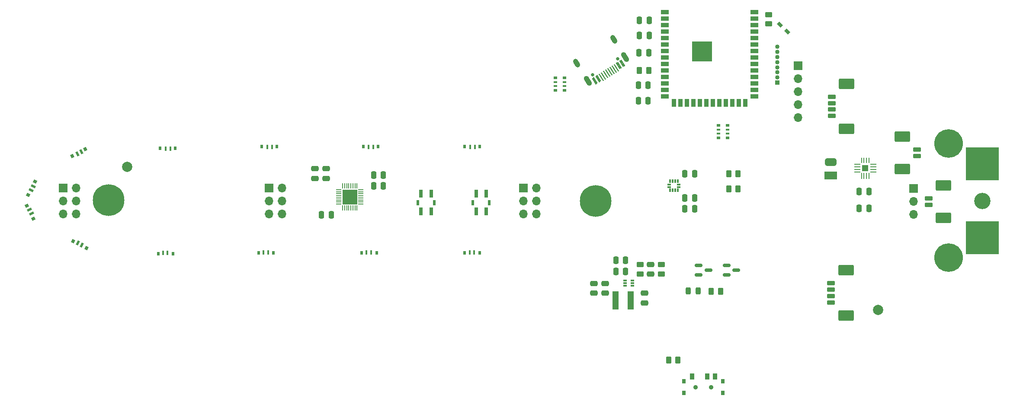
<source format=gbr>
%TF.GenerationSoftware,KiCad,Pcbnew,9.0.2*%
%TF.CreationDate,2025-07-07T16:25:28-05:00*%
%TF.ProjectId,Neoswordkicad,4e656f73-776f-4726-946b-696361642e6b,rev?*%
%TF.SameCoordinates,Original*%
%TF.FileFunction,Soldermask,Top*%
%TF.FilePolarity,Negative*%
%FSLAX46Y46*%
G04 Gerber Fmt 4.6, Leading zero omitted, Abs format (unit mm)*
G04 Created by KiCad (PCBNEW 9.0.2) date 2025-07-07 16:25:28*
%MOMM*%
%LPD*%
G01*
G04 APERTURE LIST*
G04 Aperture macros list*
%AMRoundRect*
0 Rectangle with rounded corners*
0 $1 Rounding radius*
0 $2 $3 $4 $5 $6 $7 $8 $9 X,Y pos of 4 corners*
0 Add a 4 corners polygon primitive as box body*
4,1,4,$2,$3,$4,$5,$6,$7,$8,$9,$2,$3,0*
0 Add four circle primitives for the rounded corners*
1,1,$1+$1,$2,$3*
1,1,$1+$1,$4,$5*
1,1,$1+$1,$6,$7*
1,1,$1+$1,$8,$9*
0 Add four rect primitives between the rounded corners*
20,1,$1+$1,$2,$3,$4,$5,0*
20,1,$1+$1,$4,$5,$6,$7,0*
20,1,$1+$1,$6,$7,$8,$9,0*
20,1,$1+$1,$8,$9,$2,$3,0*%
%AMHorizOval*
0 Thick line with rounded ends*
0 $1 width*
0 $2 $3 position (X,Y) of the first rounded end (center of the circle)*
0 $4 $5 position (X,Y) of the second rounded end (center of the circle)*
0 Add line between two ends*
20,1,$1,$2,$3,$4,$5,0*
0 Add two circle primitives to create the rounded ends*
1,1,$1,$2,$3*
1,1,$1,$4,$5*%
%AMRotRect*
0 Rectangle, with rotation*
0 The origin of the aperture is its center*
0 $1 length*
0 $2 width*
0 $3 Rotation angle, in degrees counterclockwise*
0 Add horizontal line*
21,1,$1,$2,0,0,$3*%
%AMFreePoly0*
4,1,6,1.000000,0.000000,0.500000,-0.750000,-0.500000,-0.750000,-0.500000,0.750000,0.500000,0.750000,1.000000,0.000000,1.000000,0.000000,$1*%
%AMFreePoly1*
4,1,6,0.500000,-0.750000,-0.650000,-0.750000,-0.150000,0.000000,-0.650000,0.750000,0.500000,0.750000,0.500000,-0.750000,0.500000,-0.750000,$1*%
%AMFreePoly2*
4,1,23,0.500000,-0.750000,0.000000,-0.750000,0.000000,-0.745722,-0.065263,-0.745722,-0.191342,-0.711940,-0.304381,-0.646677,-0.396677,-0.554381,-0.461940,-0.441342,-0.495722,-0.315263,-0.495722,-0.250000,-0.500000,-0.250000,-0.500000,0.250000,-0.495722,0.250000,-0.495722,0.315263,-0.461940,0.441342,-0.396677,0.554381,-0.304381,0.646677,-0.191342,0.711940,-0.065263,0.745722,0.000000,0.745722,
0.000000,0.750000,0.500000,0.750000,0.500000,-0.750000,0.500000,-0.750000,$1*%
%AMFreePoly3*
4,1,23,0.000000,0.745722,0.065263,0.745722,0.191342,0.711940,0.304381,0.646677,0.396677,0.554381,0.461940,0.441342,0.495722,0.315263,0.495722,0.250000,0.500000,0.250000,0.500000,-0.250000,0.495722,-0.250000,0.495722,-0.315263,0.461940,-0.441342,0.396677,-0.554381,0.304381,-0.646677,0.191342,-0.711940,0.065263,-0.745722,0.000000,-0.745722,0.000000,-0.750000,-0.500000,-0.750000,
-0.500000,0.750000,0.000000,0.750000,0.000000,0.745722,0.000000,0.745722,$1*%
G04 Aperture macros list end*
%ADD10C,0.650000*%
%ADD11RotRect,0.250000X1.400000X212.500000*%
%ADD12RotRect,0.220000X1.600000X212.500000*%
%ADD13HorizOval,1.000000X-0.295515X0.463865X0.295515X-0.463865X0*%
%ADD14HorizOval,1.000000X-0.214920X0.337357X0.214920X-0.337357X0*%
%ADD15C,6.200000*%
%ADD16RoundRect,0.200000X0.600000X-0.200000X0.600000X0.200000X-0.600000X0.200000X-0.600000X-0.200000X0*%
%ADD17RoundRect,0.250001X1.249999X-0.799999X1.249999X0.799999X-1.249999X0.799999X-1.249999X-0.799999X0*%
%ADD18RoundRect,0.250000X-0.262500X-0.450000X0.262500X-0.450000X0.262500X0.450000X-0.262500X0.450000X0*%
%ADD19R,1.500000X0.900000*%
%ADD20R,0.900000X1.500000*%
%ADD21C,0.600000*%
%ADD22R,3.900000X3.900000*%
%ADD23RoundRect,0.250000X-0.250000X-0.475000X0.250000X-0.475000X0.250000X0.475000X-0.250000X0.475000X0*%
%ADD24R,1.700000X1.700000*%
%ADD25O,1.700000X1.700000*%
%ADD26RoundRect,0.250000X-0.450000X0.262500X-0.450000X-0.262500X0.450000X-0.262500X0.450000X0.262500X0*%
%ADD27R,0.600000X0.700000*%
%ADD28R,0.440000X0.900000*%
%ADD29RoundRect,0.243750X-0.243750X-0.456250X0.243750X-0.456250X0.243750X0.456250X-0.243750X0.456250X0*%
%ADD30R,0.500000X1.000000*%
%ADD31R,0.800000X1.500000*%
%ADD32C,5.600000*%
%ADD33RoundRect,0.250000X-0.475000X0.250000X-0.475000X-0.250000X0.475000X-0.250000X0.475000X0.250000X0*%
%ADD34C,3.200000*%
%ADD35RoundRect,0.250000X0.475000X-0.250000X0.475000X0.250000X-0.475000X0.250000X-0.475000X-0.250000X0*%
%ADD36RoundRect,0.062500X-0.512500X-0.062500X0.512500X-0.062500X0.512500X0.062500X-0.512500X0.062500X0*%
%ADD37RoundRect,0.062500X-0.062500X-0.512500X0.062500X-0.512500X0.062500X0.512500X-0.062500X0.512500X0*%
%ADD38RoundRect,0.062500X-0.062500X-0.487500X0.062500X-0.487500X0.062500X0.487500X-0.062500X0.487500X0*%
%ADD39R,1.230000X1.230000*%
%ADD40R,0.800000X0.500000*%
%ADD41R,0.800000X0.400000*%
%ADD42RoundRect,0.150000X-0.587500X-0.150000X0.587500X-0.150000X0.587500X0.150000X-0.587500X0.150000X0*%
%ADD43RoundRect,0.250000X0.262500X0.450000X-0.262500X0.450000X-0.262500X-0.450000X0.262500X-0.450000X0*%
%ADD44R,6.400000X6.400000*%
%ADD45R,0.850000X0.850000*%
%ADD46O,0.850000X0.850000*%
%ADD47RoundRect,0.250001X-1.249999X0.799999X-1.249999X-0.799999X1.249999X-0.799999X1.249999X0.799999X0*%
%ADD48RoundRect,0.200000X-0.600000X0.200000X-0.600000X-0.200000X0.600000X-0.200000X0.600000X0.200000X0*%
%ADD49RotRect,0.600000X0.700000X243.000000*%
%ADD50RotRect,0.440000X0.900000X243.000000*%
%ADD51RoundRect,0.250000X0.250000X0.475000X-0.250000X0.475000X-0.250000X-0.475000X0.250000X-0.475000X0*%
%ADD52C,2.000000*%
%ADD53R,0.375000X0.700000*%
%ADD54R,0.700000X0.350000*%
%ADD55R,0.350000X0.700000*%
%ADD56RotRect,0.600000X0.700000X332.000000*%
%ADD57RotRect,0.440000X0.900000X332.000000*%
%ADD58FreePoly0,180.000000*%
%ADD59FreePoly1,180.000000*%
%ADD60FreePoly2,0.000000*%
%ADD61FreePoly3,0.000000*%
%ADD62RotRect,1.000000X0.600000X315.000000*%
%ADD63RoundRect,0.087500X-0.250000X-0.087500X0.250000X-0.087500X0.250000X0.087500X-0.250000X0.087500X0*%
%ADD64C,0.900000*%
%ADD65R,0.900000X1.250000*%
%ADD66R,0.800000X0.900000*%
%ADD67RotRect,0.600000X0.700000X208.000000*%
%ADD68RotRect,0.440000X0.900000X208.000000*%
%ADD69RoundRect,0.050000X0.050000X-0.450000X0.050000X0.450000X-0.050000X0.450000X-0.050000X-0.450000X0*%
%ADD70RoundRect,0.050000X0.450000X-0.050000X0.450000X0.050000X-0.450000X0.050000X-0.450000X-0.050000X0*%
%ADD71R,2.900000X2.900000*%
%ADD72R,1.150000X3.600000*%
%ADD73RotRect,0.600000X0.700000X297.000000*%
%ADD74RotRect,0.440000X0.900000X297.000000*%
G04 APERTURE END LIST*
%TO.C,JP1*%
G36*
X226975000Y-101450000D02*
G01*
X224525000Y-101450000D01*
X224525000Y-99950000D01*
X226975000Y-99950000D01*
X226975000Y-101450000D01*
G37*
%TO.C,JP4*%
G36*
X225600000Y-97350000D02*
G01*
X225900000Y-97350000D01*
X225900000Y-98850000D01*
X225600000Y-98850000D01*
X225600000Y-97350000D01*
G37*
%TD*%
D10*
%TO.C,J11*%
X184025050Y-77881807D03*
X179150248Y-80987399D03*
D11*
X185036685Y-78660152D03*
X184361972Y-79089992D03*
D12*
X183340379Y-79859387D03*
X182496986Y-80396688D03*
X182075291Y-80665337D03*
X183762073Y-79590739D03*
D11*
X180102845Y-81803354D03*
X179428133Y-82233194D03*
X179638979Y-82098870D03*
X180313693Y-81669030D03*
D12*
X180810204Y-81471287D03*
X181653593Y-80933988D03*
X182918683Y-80128038D03*
X181231900Y-81202636D03*
D11*
X184151125Y-79224318D03*
X184825837Y-78794477D03*
D13*
X185499750Y-77535165D03*
D14*
X183269956Y-74035092D03*
X175983055Y-78677358D03*
D13*
X178212848Y-82177433D03*
%TD*%
D15*
%TO.C,H4*%
X84400000Y-105525000D03*
%TD*%
D16*
%TO.C,J12*%
X244900000Y-106475000D03*
X244900000Y-105225000D03*
D17*
X247800000Y-109025000D03*
X247800000Y-102675000D03*
%TD*%
D18*
%TO.C,R8*%
X188275000Y-80150000D03*
X190100000Y-80150000D03*
%TD*%
D19*
%TO.C,U1*%
X193250000Y-68680000D03*
X193250000Y-69950000D03*
X193250000Y-71220000D03*
X193250000Y-72490000D03*
X193250000Y-73760000D03*
X193250000Y-75030000D03*
X193250000Y-76300000D03*
X193250000Y-77570000D03*
X193250000Y-78840000D03*
X193250000Y-80110000D03*
X193250000Y-81380000D03*
X193250000Y-82650000D03*
X193250000Y-83920000D03*
X193250000Y-85190000D03*
D20*
X195015000Y-86440000D03*
X196285000Y-86440000D03*
X197555000Y-86440000D03*
X198825000Y-86440000D03*
X200095000Y-86440000D03*
X201365000Y-86440000D03*
X202635000Y-86440000D03*
X203905000Y-86440000D03*
X205175000Y-86440000D03*
X206445000Y-86440000D03*
X207715000Y-86440000D03*
X208985000Y-86440000D03*
D19*
X210750000Y-85190000D03*
X210750000Y-83920000D03*
X210750000Y-82650000D03*
X210750000Y-81380000D03*
X210750000Y-80110000D03*
X210750000Y-78840000D03*
X210750000Y-77570000D03*
X210750000Y-76300000D03*
X210750000Y-75030000D03*
X210750000Y-73760000D03*
X210750000Y-72490000D03*
X210750000Y-71220000D03*
X210750000Y-69950000D03*
X210750000Y-68680000D03*
D21*
X199100000Y-75700000D03*
X199100000Y-77100000D03*
X199800000Y-75000000D03*
X199800000Y-76400000D03*
X199800000Y-77800000D03*
X200500000Y-75700000D03*
D22*
X200500000Y-76400000D03*
D21*
X200500000Y-77100000D03*
X201200000Y-75000000D03*
X201200000Y-76400000D03*
X201200000Y-77800000D03*
X201900000Y-75700000D03*
X201900000Y-77100000D03*
%TD*%
D23*
%TO.C,C19*%
X197162500Y-105100000D03*
X199062500Y-105100000D03*
%TD*%
D24*
%TO.C,J10*%
X219300000Y-79200000D03*
D25*
X219300000Y-81740000D03*
X219300000Y-84280000D03*
X219300000Y-86820000D03*
X219300000Y-89360000D03*
%TD*%
D26*
%TO.C,R5*%
X213600000Y-69187500D03*
X213600000Y-71012500D03*
%TD*%
D24*
%TO.C,J7*%
X165600000Y-103161482D03*
D25*
X168140000Y-103161482D03*
X165600000Y-105701482D03*
X168140000Y-105701482D03*
X165600000Y-108241482D03*
X168140000Y-108241482D03*
%TD*%
D23*
%TO.C,C8*%
X126050000Y-108400000D03*
X127950000Y-108400000D03*
%TD*%
D27*
%TO.C,D12*%
X134230000Y-95000000D03*
D28*
X135300000Y-95100000D03*
X136200000Y-95100000D03*
D27*
X137150000Y-95000000D03*
%TD*%
D29*
%TO.C,D1*%
X197862500Y-123350000D03*
X199737500Y-123350000D03*
%TD*%
D30*
%TO.C,SW4*%
X155703331Y-106008449D03*
X158903331Y-106008449D03*
D31*
X156303331Y-107758449D03*
X156303331Y-104258449D03*
X158303331Y-107758449D03*
X158303331Y-104258449D03*
%TD*%
D32*
%TO.C,H1*%
X248800000Y-94400000D03*
%TD*%
D33*
%TO.C,C21*%
X190500000Y-118150000D03*
X190500000Y-120050000D03*
%TD*%
D34*
%TO.C,H3*%
X255400000Y-105686482D03*
%TD*%
D27*
%TO.C,D3*%
X136826666Y-115900000D03*
D28*
X135756666Y-115800000D03*
X134856666Y-115800000D03*
D27*
X133906666Y-115900000D03*
%TD*%
D35*
%TO.C,C22*%
X179400000Y-123750000D03*
X179400000Y-121850000D03*
%TD*%
D36*
%TO.C,U2*%
X230940000Y-98510000D03*
X230940000Y-99010000D03*
X230940000Y-99510000D03*
X230940000Y-100010000D03*
D37*
X231740000Y-100810000D03*
X232240000Y-100810000D03*
X232740000Y-100810000D03*
X233240000Y-100810000D03*
D36*
X234040000Y-100010000D03*
X234040000Y-99510000D03*
X234040000Y-99010000D03*
X234040000Y-98510000D03*
D38*
X233240000Y-97710000D03*
X232740000Y-97710000D03*
X232240000Y-97710000D03*
X231740000Y-97710000D03*
D39*
X232490000Y-99260000D03*
%TD*%
D35*
%TO.C,C4*%
X126970000Y-101280000D03*
X126970000Y-99380000D03*
%TD*%
D40*
%TO.C,RN1*%
X171800000Y-81600000D03*
D41*
X171800000Y-82400000D03*
X171800000Y-83200000D03*
D40*
X171800000Y-84000000D03*
X173600000Y-84000000D03*
D41*
X173600000Y-83200000D03*
X173600000Y-82400000D03*
D40*
X173600000Y-81600000D03*
%TD*%
D42*
%TO.C,Q2*%
X199900000Y-118300000D03*
X199900000Y-120200000D03*
X201775000Y-119250000D03*
%TD*%
D27*
%TO.C,D8*%
X94480000Y-95350000D03*
D28*
X95550000Y-95450000D03*
X96450000Y-95450000D03*
D27*
X97400000Y-95350000D03*
%TD*%
D16*
%TO.C,J6*%
X225925000Y-89025000D03*
X225925000Y-87775000D03*
X225925000Y-86525000D03*
X225925000Y-85275000D03*
D17*
X228825000Y-91575000D03*
X228825000Y-82725000D03*
%TD*%
D18*
%TO.C,R1*%
X202337500Y-123400000D03*
X204162500Y-123400000D03*
%TD*%
D23*
%TO.C,C7*%
X136250000Y-102750000D03*
X138150000Y-102750000D03*
%TD*%
D43*
%TO.C,R4*%
X195812500Y-136900000D03*
X193987500Y-136900000D03*
%TD*%
D18*
%TO.C,R7*%
X205775000Y-103350000D03*
X207600000Y-103350000D03*
%TD*%
D35*
%TO.C,C23*%
X181600000Y-123750000D03*
X181600000Y-121850000D03*
%TD*%
D44*
%TO.C,J1*%
X255400000Y-112936482D03*
X255400000Y-98436482D03*
%TD*%
D45*
%TO.C,J5*%
X215300000Y-82500000D03*
D46*
X215300000Y-81500000D03*
X215300000Y-80500000D03*
X215300000Y-79500000D03*
X215300000Y-78500000D03*
X215300000Y-77500000D03*
X215300000Y-76500000D03*
X215300000Y-75500000D03*
%TD*%
D47*
%TO.C,J3*%
X239700000Y-99450000D03*
X239700000Y-93100000D03*
D48*
X242600000Y-96900000D03*
X242600000Y-95650000D03*
%TD*%
D40*
%TO.C,RN4*%
X203750000Y-90925000D03*
D41*
X203750000Y-91725000D03*
X203750000Y-92525000D03*
D40*
X203750000Y-93325000D03*
X205550000Y-93325000D03*
D41*
X205550000Y-92525000D03*
X205550000Y-91725000D03*
D40*
X205550000Y-90925000D03*
%TD*%
D23*
%TO.C,C15*%
X188050000Y-83000000D03*
X189950000Y-83000000D03*
%TD*%
D49*
%TO.C,D10*%
X68621787Y-104513227D03*
D50*
X69196657Y-103605250D03*
X69605250Y-102803343D03*
D49*
X69947439Y-101911488D03*
%TD*%
D51*
%TO.C,C14*%
X185550000Y-119500000D03*
X183650000Y-119500000D03*
%TD*%
D52*
%TO.C,REF\u002A\u002A*%
X235000000Y-127000000D03*
%TD*%
D27*
%TO.C,D4*%
X116653333Y-115900000D03*
D28*
X115583333Y-115800000D03*
X114683333Y-115800000D03*
D27*
X113733333Y-115900000D03*
%TD*%
D23*
%TO.C,C13*%
X188300000Y-73300000D03*
X190200000Y-73300000D03*
%TD*%
D16*
%TO.C,J8*%
X225800000Y-125575000D03*
X225800000Y-124325000D03*
X225800000Y-123075000D03*
X225800000Y-121825000D03*
D17*
X228700000Y-128125000D03*
X228700000Y-119275000D03*
%TD*%
D53*
%TO.C,U4*%
X194287500Y-101775000D03*
D54*
X194125000Y-102450000D03*
X194125000Y-102950000D03*
D53*
X194287500Y-103625000D03*
D55*
X194800000Y-103625000D03*
X195300000Y-103625000D03*
D53*
X195812500Y-103625000D03*
D54*
X195975000Y-102950000D03*
X195975000Y-102450000D03*
D53*
X195812500Y-101775000D03*
D55*
X195300000Y-101775000D03*
X194800000Y-101775000D03*
%TD*%
D56*
%TO.C,D5*%
X80046947Y-114911705D03*
D57*
X79149141Y-114321076D03*
X78354488Y-113898551D03*
D56*
X77468740Y-113540848D03*
%TD*%
D24*
%TO.C,J2*%
X75460000Y-103161482D03*
D25*
X78000000Y-103161482D03*
X75460000Y-105701482D03*
X78000000Y-105701482D03*
X75460000Y-108241482D03*
X78000000Y-108241482D03*
%TD*%
D24*
%TO.C,J4*%
X115780000Y-103161482D03*
D25*
X118320000Y-103161482D03*
X115780000Y-105701482D03*
X118320000Y-105701482D03*
X115780000Y-108241482D03*
X118320000Y-108241482D03*
%TD*%
D23*
%TO.C,C17*%
X197162500Y-100350000D03*
X199062500Y-100350000D03*
%TD*%
D58*
%TO.C,JP1*%
X226475000Y-100700000D03*
D59*
X225025000Y-100700000D03*
%TD*%
D60*
%TO.C,JP4*%
X225100000Y-98100000D03*
D61*
X226400000Y-98100000D03*
%TD*%
D23*
%TO.C,C3*%
X231300000Y-107100000D03*
X233200000Y-107100000D03*
%TD*%
D27*
%TO.C,D2*%
X157000000Y-115900000D03*
D28*
X155930000Y-115800000D03*
X155030000Y-115800000D03*
D27*
X154080000Y-115900000D03*
%TD*%
D32*
%TO.C,H2*%
X248800000Y-116800000D03*
%TD*%
D62*
%TO.C,D14*%
X215797182Y-71126472D03*
X217211396Y-72540686D03*
%TD*%
D27*
%TO.C,D7*%
X97000000Y-116000000D03*
D28*
X95930000Y-115900000D03*
X95030000Y-115900000D03*
D27*
X94080000Y-116000000D03*
%TD*%
D18*
%TO.C,R6*%
X205775000Y-100400000D03*
X207600000Y-100400000D03*
%TD*%
D23*
%TO.C,C1*%
X188200000Y-76700000D03*
X190100000Y-76700000D03*
%TD*%
D26*
%TO.C,R2*%
X192600000Y-118187500D03*
X192600000Y-120012500D03*
%TD*%
D33*
%TO.C,C20*%
X189300000Y-123750000D03*
X189300000Y-125650000D03*
%TD*%
D30*
%TO.C,SW3*%
X144903331Y-106008449D03*
X148103331Y-106008449D03*
D31*
X145503331Y-107758449D03*
X145503331Y-104258449D03*
X147503331Y-107758449D03*
X147503331Y-104258449D03*
%TD*%
D63*
%TO.C,U6*%
X185450000Y-121300000D03*
X185450000Y-121800000D03*
X185450000Y-122300000D03*
X186875000Y-122300000D03*
X186875000Y-121800000D03*
X186875000Y-121300000D03*
%TD*%
D64*
%TO.C,SW5*%
X202305000Y-142175000D03*
X199305000Y-142175000D03*
D65*
X203055000Y-140050000D03*
X201555000Y-140050000D03*
X198555000Y-140050000D03*
D66*
X204605000Y-143325000D03*
X204605000Y-141025000D03*
X197005000Y-143325000D03*
X196995000Y-141025000D03*
%TD*%
D51*
%TO.C,C9*%
X185550000Y-117300000D03*
X183650000Y-117300000D03*
%TD*%
D67*
%TO.C,D9*%
X77246510Y-96898370D03*
D68*
X78238211Y-96484331D03*
X79032864Y-96061806D03*
D67*
X79824718Y-95527513D03*
%TD*%
D23*
%TO.C,C2*%
X231300000Y-103800000D03*
X233200000Y-103800000D03*
%TD*%
D69*
%TO.C,U3*%
X130200000Y-107050000D03*
X130600000Y-107050000D03*
X131000000Y-107050000D03*
X131400000Y-107050000D03*
X131800000Y-107050000D03*
X132200000Y-107050000D03*
X132600000Y-107050000D03*
X133000000Y-107050000D03*
D70*
X133750000Y-106300000D03*
X133750000Y-105900000D03*
X133750000Y-105500000D03*
X133750000Y-105100000D03*
X133750000Y-104700000D03*
X133750000Y-104300000D03*
X133750000Y-103900000D03*
X133750000Y-103500000D03*
D69*
X133000000Y-102750000D03*
X132600000Y-102750000D03*
X132200000Y-102750000D03*
X131800000Y-102750000D03*
X131400000Y-102750000D03*
X131000000Y-102750000D03*
X130600000Y-102750000D03*
X130200000Y-102750000D03*
D70*
X129450000Y-103500000D03*
X129450000Y-103900000D03*
X129450000Y-104300000D03*
X129450000Y-104700000D03*
X129450000Y-105100000D03*
X129450000Y-105500000D03*
X129450000Y-105900000D03*
X129450000Y-106300000D03*
D71*
X131600000Y-104900000D03*
%TD*%
D23*
%TO.C,C16*%
X188050000Y-86100000D03*
X189950000Y-86100000D03*
%TD*%
D35*
%TO.C,C5*%
X124720000Y-101280000D03*
X124720000Y-99380000D03*
%TD*%
D72*
%TO.C,L1*%
X186575000Y-125200000D03*
X183625000Y-125200000D03*
%TD*%
D26*
%TO.C,R3*%
X188400000Y-118187500D03*
X188400000Y-120012500D03*
%TD*%
D27*
%TO.C,D11*%
X114380000Y-95000000D03*
D28*
X115450000Y-95100000D03*
X116350000Y-95100000D03*
D27*
X117300000Y-95000000D03*
%TD*%
D23*
%TO.C,C18*%
X197162500Y-107250000D03*
X199062500Y-107250000D03*
%TD*%
D42*
%TO.C,Q1*%
X205362500Y-118287500D03*
X205362500Y-120187500D03*
X207237500Y-119237500D03*
%TD*%
D24*
%TO.C,J9*%
X241900000Y-103260000D03*
D25*
X241900000Y-105800000D03*
X241900000Y-108340000D03*
%TD*%
D52*
%TO.C,REF\u002A\u002A*%
X88000000Y-99000000D03*
%TD*%
D23*
%TO.C,C6*%
X136250000Y-100600000D03*
X138150000Y-100600000D03*
%TD*%
D73*
%TO.C,D6*%
X69678600Y-109195433D03*
D74*
X69281932Y-108196657D03*
X68873339Y-107394750D03*
D73*
X68352948Y-106593695D03*
%TD*%
D27*
%TO.C,D13*%
X154080000Y-95000000D03*
D28*
X155150000Y-95100000D03*
X156050000Y-95100000D03*
D27*
X157000000Y-95000000D03*
%TD*%
D23*
%TO.C,C12*%
X188300000Y-70290000D03*
X190200000Y-70290000D03*
%TD*%
D15*
%TO.C,H5*%
X179750000Y-105700000D03*
%TD*%
M02*

</source>
